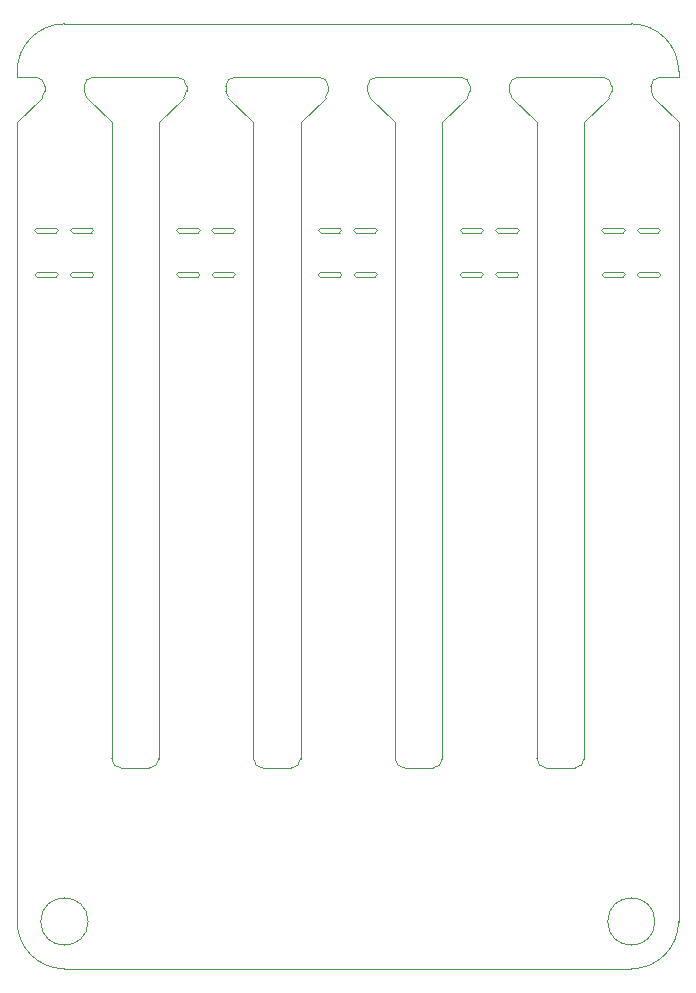
<source format=gbr>
G04 #@! TF.GenerationSoftware,KiCad,Pcbnew,no-vcs-found-e10f0c7~59~ubuntu14.04.1*
G04 #@! TF.CreationDate,2017-08-11T12:14:55+02:00*
G04 #@! TF.ProjectId,_Gauge,B347617567652E6B696361645F706362,rev?*
G04 #@! TF.SameCoordinates,Original*
G04 #@! TF.FileFunction,Profile,NP*
%FSLAX46Y46*%
G04 Gerber Fmt 4.6, Leading zero omitted, Abs format (unit mm)*
G04 Created by KiCad (PCBNEW no-vcs-found-e10f0c7~59~ubuntu14.04.1) date Fri Aug 11 12:14:55 2017*
%MOMM*%
%LPD*%
G01*
G04 APERTURE LIST*
%ADD10C,0.100000*%
G04 APERTURE END LIST*
D10*
X121700000Y-81050000D02*
X123300000Y-81050000D01*
X121700000Y-81450000D02*
X123300000Y-81450000D01*
X123300000Y-81450000D02*
G75*
G03X123500000Y-81250000I0J200000D01*
G01*
X123500000Y-81250000D02*
G75*
G03X123300000Y-81050000I-200000J0D01*
G01*
X121500000Y-81250000D02*
G75*
G03X121700000Y-81450000I200000J0D01*
G01*
X121700000Y-81050000D02*
G75*
G03X121500000Y-81250000I0J-200000D01*
G01*
X124700000Y-81050000D02*
G75*
G03X124500000Y-81250000I0J-200000D01*
G01*
X124500000Y-81250000D02*
G75*
G03X124700000Y-81450000I200000J0D01*
G01*
X126500000Y-81250000D02*
G75*
G03X126300000Y-81050000I-200000J0D01*
G01*
X126300000Y-81450000D02*
G75*
G03X126500000Y-81250000I0J200000D01*
G01*
X124700000Y-81450000D02*
X126300000Y-81450000D01*
X124700000Y-81050000D02*
X126300000Y-81050000D01*
X124700000Y-77300000D02*
X126300000Y-77300000D01*
X124700000Y-77700000D02*
X126300000Y-77700000D01*
X126300000Y-77700000D02*
G75*
G03X126500000Y-77500000I0J200000D01*
G01*
X126500000Y-77500000D02*
G75*
G03X126300000Y-77300000I-200000J0D01*
G01*
X124500000Y-77500000D02*
G75*
G03X124700000Y-77700000I200000J0D01*
G01*
X124700000Y-77300000D02*
G75*
G03X124500000Y-77500000I0J-200000D01*
G01*
X121700000Y-77300000D02*
G75*
G03X121500000Y-77500000I0J-200000D01*
G01*
X121500000Y-77500000D02*
G75*
G03X121700000Y-77700000I200000J0D01*
G01*
X123500000Y-77500000D02*
G75*
G03X123300000Y-77300000I-200000J0D01*
G01*
X123300000Y-77700000D02*
G75*
G03X123500000Y-77500000I0J200000D01*
G01*
X121700000Y-77700000D02*
X123300000Y-77700000D01*
X121700000Y-77300000D02*
X123300000Y-77300000D01*
X109700000Y-77300000D02*
X111300000Y-77300000D01*
X109700000Y-77700000D02*
X111300000Y-77700000D01*
X111300000Y-77700000D02*
G75*
G03X111500000Y-77500000I0J200000D01*
G01*
X111500000Y-77500000D02*
G75*
G03X111300000Y-77300000I-200000J0D01*
G01*
X109500000Y-77500000D02*
G75*
G03X109700000Y-77700000I200000J0D01*
G01*
X109700000Y-77300000D02*
G75*
G03X109500000Y-77500000I0J-200000D01*
G01*
X112700000Y-77300000D02*
G75*
G03X112500000Y-77500000I0J-200000D01*
G01*
X112500000Y-77500000D02*
G75*
G03X112700000Y-77700000I200000J0D01*
G01*
X114500000Y-77500000D02*
G75*
G03X114300000Y-77300000I-200000J0D01*
G01*
X114300000Y-77700000D02*
G75*
G03X114500000Y-77500000I0J200000D01*
G01*
X112700000Y-77700000D02*
X114300000Y-77700000D01*
X112700000Y-77300000D02*
X114300000Y-77300000D01*
X112700000Y-81050000D02*
X114300000Y-81050000D01*
X112700000Y-81450000D02*
X114300000Y-81450000D01*
X114300000Y-81450000D02*
G75*
G03X114500000Y-81250000I0J200000D01*
G01*
X114500000Y-81250000D02*
G75*
G03X114300000Y-81050000I-200000J0D01*
G01*
X112500000Y-81250000D02*
G75*
G03X112700000Y-81450000I200000J0D01*
G01*
X112700000Y-81050000D02*
G75*
G03X112500000Y-81250000I0J-200000D01*
G01*
X109700000Y-81050000D02*
G75*
G03X109500000Y-81250000I0J-200000D01*
G01*
X109500000Y-81250000D02*
G75*
G03X109700000Y-81450000I200000J0D01*
G01*
X111500000Y-81250000D02*
G75*
G03X111300000Y-81050000I-200000J0D01*
G01*
X111300000Y-81450000D02*
G75*
G03X111500000Y-81250000I0J200000D01*
G01*
X109700000Y-81450000D02*
X111300000Y-81450000D01*
X109700000Y-81050000D02*
X111300000Y-81050000D01*
X97700000Y-81050000D02*
X99300000Y-81050000D01*
X97700000Y-81450000D02*
X99300000Y-81450000D01*
X99300000Y-81450000D02*
G75*
G03X99500000Y-81250000I0J200000D01*
G01*
X99500000Y-81250000D02*
G75*
G03X99300000Y-81050000I-200000J0D01*
G01*
X97500000Y-81250000D02*
G75*
G03X97700000Y-81450000I200000J0D01*
G01*
X97700000Y-81050000D02*
G75*
G03X97500000Y-81250000I0J-200000D01*
G01*
X100700000Y-81050000D02*
G75*
G03X100500000Y-81250000I0J-200000D01*
G01*
X100500000Y-81250000D02*
G75*
G03X100700000Y-81450000I200000J0D01*
G01*
X102500000Y-81250000D02*
G75*
G03X102300000Y-81050000I-200000J0D01*
G01*
X102300000Y-81450000D02*
G75*
G03X102500000Y-81250000I0J200000D01*
G01*
X100700000Y-81450000D02*
X102300000Y-81450000D01*
X100700000Y-81050000D02*
X102300000Y-81050000D01*
X100700000Y-77300000D02*
X102300000Y-77300000D01*
X100700000Y-77700000D02*
X102300000Y-77700000D01*
X102300000Y-77700000D02*
G75*
G03X102500000Y-77500000I0J200000D01*
G01*
X102500000Y-77500000D02*
G75*
G03X102300000Y-77300000I-200000J0D01*
G01*
X100500000Y-77500000D02*
G75*
G03X100700000Y-77700000I200000J0D01*
G01*
X100700000Y-77300000D02*
G75*
G03X100500000Y-77500000I0J-200000D01*
G01*
X97700000Y-77300000D02*
G75*
G03X97500000Y-77500000I0J-200000D01*
G01*
X97500000Y-77500000D02*
G75*
G03X97700000Y-77700000I200000J0D01*
G01*
X99500000Y-77500000D02*
G75*
G03X99300000Y-77300000I-200000J0D01*
G01*
X99300000Y-77700000D02*
G75*
G03X99500000Y-77500000I0J200000D01*
G01*
X97700000Y-77700000D02*
X99300000Y-77700000D01*
X97700000Y-77300000D02*
X99300000Y-77300000D01*
X85700000Y-77300000D02*
X87300000Y-77300000D01*
X85700000Y-77700000D02*
X87300000Y-77700000D01*
X87300000Y-77700000D02*
G75*
G03X87500000Y-77500000I0J200000D01*
G01*
X87500000Y-77500000D02*
G75*
G03X87300000Y-77300000I-200000J0D01*
G01*
X85500000Y-77500000D02*
G75*
G03X85700000Y-77700000I200000J0D01*
G01*
X85700000Y-77300000D02*
G75*
G03X85500000Y-77500000I0J-200000D01*
G01*
X88700000Y-77300000D02*
G75*
G03X88500000Y-77500000I0J-200000D01*
G01*
X88500000Y-77500000D02*
G75*
G03X88700000Y-77700000I200000J0D01*
G01*
X90500000Y-77500000D02*
G75*
G03X90300000Y-77300000I-200000J0D01*
G01*
X90300000Y-77700000D02*
G75*
G03X90500000Y-77500000I0J200000D01*
G01*
X88700000Y-77700000D02*
X90300000Y-77700000D01*
X88700000Y-77300000D02*
X90300000Y-77300000D01*
X88700000Y-81050000D02*
X90300000Y-81050000D01*
X88700000Y-81450000D02*
X90300000Y-81450000D01*
X90300000Y-81450000D02*
G75*
G03X90500000Y-81250000I0J200000D01*
G01*
X90500000Y-81250000D02*
G75*
G03X90300000Y-81050000I-200000J0D01*
G01*
X88500000Y-81250000D02*
G75*
G03X88700000Y-81450000I200000J0D01*
G01*
X88700000Y-81050000D02*
G75*
G03X88500000Y-81250000I0J-200000D01*
G01*
X85700000Y-81050000D02*
G75*
G03X85500000Y-81250000I0J-200000D01*
G01*
X85500000Y-81250000D02*
G75*
G03X85700000Y-81450000I200000J0D01*
G01*
X87500000Y-81250000D02*
G75*
G03X87300000Y-81050000I-200000J0D01*
G01*
X87300000Y-81450000D02*
G75*
G03X87500000Y-81250000I0J200000D01*
G01*
X85700000Y-81450000D02*
X87300000Y-81450000D01*
X85700000Y-81050000D02*
X87300000Y-81050000D01*
X73700000Y-81050000D02*
X75300000Y-81050000D01*
X73700000Y-81450000D02*
X75300000Y-81450000D01*
X75300000Y-81450000D02*
G75*
G03X75500000Y-81250000I0J200000D01*
G01*
X75500000Y-81250000D02*
G75*
G03X75300000Y-81050000I-200000J0D01*
G01*
X73500000Y-81250000D02*
G75*
G03X73700000Y-81450000I200000J0D01*
G01*
X73700000Y-81050000D02*
G75*
G03X73500000Y-81250000I0J-200000D01*
G01*
X76700000Y-81050000D02*
G75*
G03X76500000Y-81250000I0J-200000D01*
G01*
X76500000Y-81250000D02*
G75*
G03X76700000Y-81450000I200000J0D01*
G01*
X78500000Y-81250000D02*
G75*
G03X78300000Y-81050000I-200000J0D01*
G01*
X78300000Y-81450000D02*
G75*
G03X78500000Y-81250000I0J200000D01*
G01*
X76700000Y-81450000D02*
X78300000Y-81450000D01*
X76700000Y-81050000D02*
X78300000Y-81050000D01*
X76700000Y-77300000D02*
X78300000Y-77300000D01*
X76700000Y-77700000D02*
X78300000Y-77700000D01*
X78300000Y-77700000D02*
G75*
G03X78500000Y-77500000I0J200000D01*
G01*
X78500000Y-77500000D02*
G75*
G03X78300000Y-77300000I-200000J0D01*
G01*
X76500000Y-77500000D02*
G75*
G03X76700000Y-77700000I200000J0D01*
G01*
X76700000Y-77300000D02*
G75*
G03X76500000Y-77500000I0J-200000D01*
G01*
X73700000Y-77300000D02*
G75*
G03X73500000Y-77500000I0J-200000D01*
G01*
X73500000Y-77500000D02*
G75*
G03X73700000Y-77700000I200000J0D01*
G01*
X75500000Y-77500000D02*
G75*
G03X75300000Y-77300000I-200000J0D01*
G01*
X75300000Y-77700000D02*
G75*
G03X75500000Y-77500000I0J200000D01*
G01*
X73700000Y-77700000D02*
X75300000Y-77700000D01*
X73700000Y-77300000D02*
X75300000Y-77300000D01*
X83205000Y-123005000D02*
X80805000Y-123005000D01*
X95205000Y-123005000D02*
X92805000Y-123005000D01*
X107205000Y-123005000D02*
X104805000Y-123005000D01*
X72005000Y-64505000D02*
X72005000Y-64005000D01*
X78461854Y-64505000D02*
X80005000Y-64505000D01*
X77661854Y-65673629D02*
X77661854Y-65305000D01*
X73548146Y-64505000D02*
X72005000Y-64505000D01*
X74348146Y-65673629D02*
X74348146Y-65305000D01*
X77896169Y-66239315D02*
X80005000Y-68348146D01*
X74113831Y-66239315D02*
X72005000Y-68348146D01*
X90461854Y-64505000D02*
X92005000Y-64505000D01*
X89661854Y-65673629D02*
X89661854Y-65305000D01*
X85548146Y-64505000D02*
X78461854Y-64505000D01*
X86348146Y-65673629D02*
X86348146Y-65305000D01*
X89896169Y-66239315D02*
X92005000Y-68348146D01*
X86113831Y-66239315D02*
X84005000Y-68348146D01*
X102461854Y-64505000D02*
X104005000Y-64505000D01*
X101661854Y-65673629D02*
X101661854Y-65305000D01*
X97548146Y-64505000D02*
X90461854Y-64505000D01*
X98348146Y-65673629D02*
X98348146Y-65305000D01*
X101896169Y-66239315D02*
X104005000Y-68348146D01*
X98113831Y-66239315D02*
X96005000Y-68348146D01*
X72005000Y-68348146D02*
X72005000Y-136005000D01*
X113661854Y-65673629D02*
X113661854Y-65305000D01*
X109548146Y-64505000D02*
X102461854Y-64505000D01*
X110348146Y-65673629D02*
X110348146Y-65305000D01*
X113896169Y-66239315D02*
X116005000Y-68348146D01*
X110113831Y-66239315D02*
X108005000Y-68348146D01*
X128005000Y-64505000D02*
X128005000Y-64005000D01*
X126461854Y-64505000D02*
X128005000Y-64505000D01*
X125661854Y-65673629D02*
X125661854Y-65305000D01*
X121548146Y-64505000D02*
X114461854Y-64505000D01*
X122348146Y-65673629D02*
X122348146Y-65305000D01*
X80005000Y-122205000D02*
X80005000Y-68348146D01*
X84005000Y-122205000D02*
X84005000Y-68348146D01*
X92005000Y-122205000D02*
X92005000Y-68348146D01*
X96005000Y-122205000D02*
X96005000Y-68348146D01*
X104005000Y-122205000D02*
X104005000Y-68348146D01*
X108005000Y-122205000D02*
X108005000Y-68348146D01*
X125896169Y-66239315D02*
X128005000Y-68348146D01*
X122113831Y-66239315D02*
X120005000Y-68348146D01*
X119205000Y-123005000D02*
X116805000Y-123005000D01*
X116005000Y-122205000D02*
X116005000Y-68348146D01*
X120005000Y-122205000D02*
X120005000Y-68348146D01*
X124005000Y-60005000D02*
X76005000Y-60005000D01*
X128005000Y-136005000D02*
X128005000Y-68348146D01*
X124005000Y-140005000D02*
X76005000Y-140005000D01*
X84005000Y-122205000D02*
G75*
G02X83205000Y-123005000I-800000J0D01*
G01*
X80805000Y-123005000D02*
G75*
G02X80005000Y-122205000I0J800000D01*
G01*
X96005000Y-122205000D02*
G75*
G02X95205000Y-123005000I-800000J0D01*
G01*
X120005000Y-122205000D02*
G75*
G02X119205000Y-123005000I-800000J0D01*
G01*
X128005000Y-136005000D02*
G75*
G02X124005000Y-140005000I-4000000J0D01*
G01*
X73548146Y-64505000D02*
G75*
G02X74348146Y-65305000I0J-800000D01*
G01*
X74348146Y-65673630D02*
G75*
G02X74113831Y-66239315I-800000J1D01*
G01*
X77896169Y-66239314D02*
G75*
G02X77661854Y-65673629I565685J565685D01*
G01*
X77661854Y-65305000D02*
G75*
G02X78461854Y-64505000I800000J0D01*
G01*
X85548146Y-64505000D02*
G75*
G02X86348146Y-65305000I0J-800000D01*
G01*
X86348146Y-65673630D02*
G75*
G02X86113831Y-66239315I-800000J1D01*
G01*
X89896169Y-66239314D02*
G75*
G02X89661854Y-65673629I565685J565685D01*
G01*
X89661854Y-65305000D02*
G75*
G02X90461854Y-64505000I800000J0D01*
G01*
X97548146Y-64505000D02*
G75*
G02X98348146Y-65305000I0J-800000D01*
G01*
X98348146Y-65673630D02*
G75*
G02X98113831Y-66239315I-800000J1D01*
G01*
X101896169Y-66239314D02*
G75*
G02X101661854Y-65673629I565685J565685D01*
G01*
X101661854Y-65305000D02*
G75*
G02X102461854Y-64505000I800000J0D01*
G01*
X109548146Y-64505000D02*
G75*
G02X110348146Y-65305000I0J-800000D01*
G01*
X110348146Y-65673630D02*
G75*
G02X110113831Y-66239315I-800000J1D01*
G01*
X113896169Y-66239314D02*
G75*
G02X113661854Y-65673629I565685J565685D01*
G01*
X113661854Y-65305000D02*
G75*
G02X114461854Y-64505000I800000J0D01*
G01*
X121548146Y-64505000D02*
G75*
G02X122348146Y-65305000I0J-800000D01*
G01*
X122348146Y-65673630D02*
G75*
G02X122113831Y-66239315I-800000J1D01*
G01*
X76005000Y-140005000D02*
G75*
G02X72005000Y-136005000I0J4000000D01*
G01*
X125896169Y-66239314D02*
G75*
G02X125661854Y-65673629I565685J565685D01*
G01*
X125661854Y-65305000D02*
G75*
G02X126461854Y-64505000I800000J0D01*
G01*
X72005000Y-64005000D02*
G75*
G02X76005000Y-60005000I4000000J0D01*
G01*
X92805000Y-123005000D02*
G75*
G02X92005000Y-122205000I0J800000D01*
G01*
X124005000Y-60005000D02*
G75*
G02X128005000Y-64005000I0J-4000000D01*
G01*
X108005000Y-122205000D02*
G75*
G02X107205000Y-123005000I-800000J0D01*
G01*
X78005000Y-136005000D02*
G75*
G03X78005000Y-136005000I-2000000J0D01*
G01*
X104805000Y-123005000D02*
G75*
G02X104005000Y-122205000I0J800000D01*
G01*
X126005000Y-136005000D02*
G75*
G03X126005000Y-136005000I-2000000J0D01*
G01*
X116805000Y-123005000D02*
G75*
G02X116005000Y-122205000I0J800000D01*
G01*
M02*

</source>
